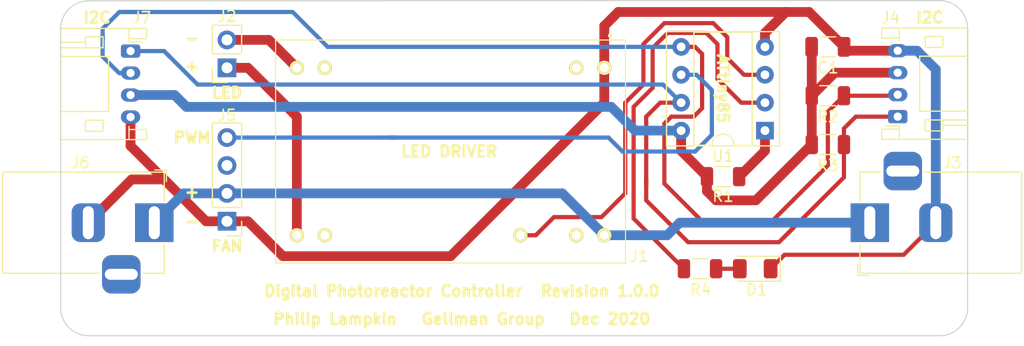
<source format=kicad_pcb>
(kicad_pcb (version 20171130) (host pcbnew "(5.1.8-0-10_14)")

  (general
    (thickness 1.6)
    (drawings 22)
    (tracks 142)
    (zones 0)
    (modules 16)
    (nets 18)
  )

  (page A4)
  (layers
    (0 F.Cu signal)
    (31 B.Cu signal)
    (32 B.Adhes user)
    (33 F.Adhes user)
    (34 B.Paste user)
    (35 F.Paste user)
    (36 B.SilkS user)
    (37 F.SilkS user)
    (38 B.Mask user)
    (39 F.Mask user)
    (40 Dwgs.User user)
    (41 Cmts.User user)
    (42 Eco1.User user)
    (43 Eco2.User user)
    (44 Edge.Cuts user)
    (45 Margin user)
    (46 B.CrtYd user hide)
    (47 F.CrtYd user hide)
    (48 B.Fab user)
    (49 F.Fab user hide)
  )

  (setup
    (last_trace_width 0.25)
    (user_trace_width 0.381)
    (user_trace_width 0.889)
    (trace_clearance 0.2)
    (zone_clearance 0.508)
    (zone_45_only no)
    (trace_min 0.2)
    (via_size 0.8)
    (via_drill 0.4)
    (via_min_size 0.4)
    (via_min_drill 0.3)
    (uvia_size 0.3)
    (uvia_drill 0.1)
    (uvias_allowed no)
    (uvia_min_size 0.2)
    (uvia_min_drill 0.1)
    (edge_width 0.1)
    (segment_width 0.2)
    (pcb_text_width 0.3)
    (pcb_text_size 1.5 1.5)
    (mod_edge_width 0.15)
    (mod_text_size 1 1)
    (mod_text_width 0.15)
    (pad_size 1.524 1.524)
    (pad_drill 0.762)
    (pad_to_mask_clearance 0)
    (aux_axis_origin 0 0)
    (visible_elements FFFFFF7F)
    (pcbplotparams
      (layerselection 0x010fc_ffffffff)
      (usegerberextensions false)
      (usegerberattributes true)
      (usegerberadvancedattributes true)
      (creategerberjobfile true)
      (excludeedgelayer true)
      (linewidth 0.100000)
      (plotframeref false)
      (viasonmask false)
      (mode 1)
      (useauxorigin false)
      (hpglpennumber 1)
      (hpglpenspeed 20)
      (hpglpendiameter 15.000000)
      (psnegative false)
      (psa4output false)
      (plotreference true)
      (plotvalue true)
      (plotinvisibletext false)
      (padsonsilk false)
      (subtractmaskfromsilk false)
      (outputformat 1)
      (mirror false)
      (drillshape 0)
      (scaleselection 1)
      (outputdirectory ""))
  )

  (net 0 "")
  (net 1 GND)
  (net 2 +12V)
  (net 3 +5V)
  (net 4 SDA)
  (net 5 SCL)
  (net 6 PWM_LED)
  (net 7 PWM_FAN)
  (net 8 "Net-(J1-Pad13)")
  (net 9 "Net-(J1-Pad12)")
  (net 10 "Net-(R1-Pad2)")
  (net 11 "Net-(J1-Pad23)")
  (net 12 "Net-(J1-Pad14)")
  (net 13 "Net-(J1-Pad11)")
  (net 14 "Net-(J1-Pad2)")
  (net 15 "Net-(J5-Pad3)")
  (net 16 INDICATOR)
  (net 17 "Net-(D1-Pad2)")

  (net_class Default "This is the default net class."
    (clearance 0.2)
    (trace_width 0.25)
    (via_dia 0.8)
    (via_drill 0.4)
    (uvia_dia 0.3)
    (uvia_drill 0.1)
    (add_net +12V)
    (add_net +5V)
    (add_net GND)
    (add_net INDICATOR)
    (add_net "Net-(D1-Pad2)")
    (add_net "Net-(J1-Pad11)")
    (add_net "Net-(J1-Pad12)")
    (add_net "Net-(J1-Pad13)")
    (add_net "Net-(J1-Pad14)")
    (add_net "Net-(J1-Pad2)")
    (add_net "Net-(J1-Pad23)")
    (add_net "Net-(J5-Pad3)")
    (add_net "Net-(R1-Pad2)")
    (add_net PWM_FAN)
    (add_net PWM_LED)
    (add_net SCL)
    (add_net SDA)
  )

  (module Connector_BarrelJack:BarrelJack_Horizontal (layer F.Cu) (tedit 5A1DBF6A) (tstamp 5FE1C543)
    (at 154.559 109.602 180)
    (descr "DC Barrel Jack")
    (tags "Power Jack")
    (path /5FB80D0D)
    (fp_text reference J3 (at -7.493 5.462) (layer F.SilkS)
      (effects (font (size 1 1) (thickness 0.15)))
    )
    (fp_text value Barrel_Jack (at -6.2 -5.5) (layer F.Fab)
      (effects (font (size 1 1) (thickness 0.15)))
    )
    (fp_line (start 0 -4.5) (end -13.7 -4.5) (layer F.Fab) (width 0.1))
    (fp_line (start 0.8 4.5) (end 0.8 -3.75) (layer F.Fab) (width 0.1))
    (fp_line (start -13.7 4.5) (end 0.8 4.5) (layer F.Fab) (width 0.1))
    (fp_line (start -13.7 -4.5) (end -13.7 4.5) (layer F.Fab) (width 0.1))
    (fp_line (start -10.2 -4.5) (end -10.2 4.5) (layer F.Fab) (width 0.1))
    (fp_line (start 0.9 -4.6) (end 0.9 -2) (layer F.SilkS) (width 0.12))
    (fp_line (start -13.8 -4.6) (end 0.9 -4.6) (layer F.SilkS) (width 0.12))
    (fp_line (start 0.9 4.6) (end -1 4.6) (layer F.SilkS) (width 0.12))
    (fp_line (start 0.9 1.9) (end 0.9 4.6) (layer F.SilkS) (width 0.12))
    (fp_line (start -13.8 4.6) (end -13.8 -4.6) (layer F.SilkS) (width 0.12))
    (fp_line (start -5 4.6) (end -13.8 4.6) (layer F.SilkS) (width 0.12))
    (fp_line (start -14 4.75) (end -14 -4.75) (layer F.CrtYd) (width 0.05))
    (fp_line (start -5 4.75) (end -14 4.75) (layer F.CrtYd) (width 0.05))
    (fp_line (start -5 6.75) (end -5 4.75) (layer F.CrtYd) (width 0.05))
    (fp_line (start -1 6.75) (end -5 6.75) (layer F.CrtYd) (width 0.05))
    (fp_line (start -1 4.75) (end -1 6.75) (layer F.CrtYd) (width 0.05))
    (fp_line (start 1 4.75) (end -1 4.75) (layer F.CrtYd) (width 0.05))
    (fp_line (start 1 2) (end 1 4.75) (layer F.CrtYd) (width 0.05))
    (fp_line (start 2 2) (end 1 2) (layer F.CrtYd) (width 0.05))
    (fp_line (start 2 -2) (end 2 2) (layer F.CrtYd) (width 0.05))
    (fp_line (start 1 -2) (end 2 -2) (layer F.CrtYd) (width 0.05))
    (fp_line (start 1 -4.5) (end 1 -2) (layer F.CrtYd) (width 0.05))
    (fp_line (start 1 -4.75) (end -14 -4.75) (layer F.CrtYd) (width 0.05))
    (fp_line (start 1 -4.5) (end 1 -4.75) (layer F.CrtYd) (width 0.05))
    (fp_line (start 0.05 -4.8) (end 1.1 -4.8) (layer F.SilkS) (width 0.12))
    (fp_line (start 1.1 -3.75) (end 1.1 -4.8) (layer F.SilkS) (width 0.12))
    (fp_line (start -0.003213 -4.505425) (end 0.8 -3.75) (layer F.Fab) (width 0.1))
    (fp_text user %R (at -3 -2.95) (layer F.Fab)
      (effects (font (size 1 1) (thickness 0.15)))
    )
    (pad 3 thru_hole roundrect (at -3 4.7 180) (size 3.5 3.5) (drill oval 3 1) (layers *.Cu *.Mask) (roundrect_rratio 0.25))
    (pad 2 thru_hole roundrect (at -6 0 180) (size 3 3.5) (drill oval 1 3) (layers *.Cu *.Mask) (roundrect_rratio 0.25)
      (net 1 GND))
    (pad 1 thru_hole rect (at 0 0 180) (size 3.5 3.5) (drill oval 1 3) (layers *.Cu *.Mask)
      (net 2 +12V))
    (model ${KISYS3DMOD}/Connector_BarrelJack.3dshapes/BarrelJack_Horizontal.wrl
      (at (xyz 0 0 0))
      (scale (xyz 1 1 1))
      (rotate (xyz 0 0 0))
    )
  )

  (module Resistor_SMD:R_1206_3216Metric (layer F.Cu) (tedit 5F68FEEE) (tstamp 5FEB75B1)
    (at 139.1305 113.792 180)
    (descr "Resistor SMD 1206 (3216 Metric), square (rectangular) end terminal, IPC_7351 nominal, (Body size source: IPC-SM-782 page 72, https://www.pcb-3d.com/wordpress/wp-content/uploads/ipc-sm-782a_amendment_1_and_2.pdf), generated with kicad-footprint-generator")
    (tags resistor)
    (path /5FEBED5D)
    (attr smd)
    (fp_text reference R4 (at -0.0615 -1.905) (layer F.SilkS)
      (effects (font (size 1 1) (thickness 0.15)))
    )
    (fp_text value 470 (at 0 1.82) (layer F.Fab)
      (effects (font (size 1 1) (thickness 0.15)))
    )
    (fp_line (start -1.6 0.8) (end -1.6 -0.8) (layer F.Fab) (width 0.1))
    (fp_line (start -1.6 -0.8) (end 1.6 -0.8) (layer F.Fab) (width 0.1))
    (fp_line (start 1.6 -0.8) (end 1.6 0.8) (layer F.Fab) (width 0.1))
    (fp_line (start 1.6 0.8) (end -1.6 0.8) (layer F.Fab) (width 0.1))
    (fp_line (start -0.727064 -0.91) (end 0.727064 -0.91) (layer F.SilkS) (width 0.12))
    (fp_line (start -0.727064 0.91) (end 0.727064 0.91) (layer F.SilkS) (width 0.12))
    (fp_line (start -2.28 1.12) (end -2.28 -1.12) (layer F.CrtYd) (width 0.05))
    (fp_line (start -2.28 -1.12) (end 2.28 -1.12) (layer F.CrtYd) (width 0.05))
    (fp_line (start 2.28 -1.12) (end 2.28 1.12) (layer F.CrtYd) (width 0.05))
    (fp_line (start 2.28 1.12) (end -2.28 1.12) (layer F.CrtYd) (width 0.05))
    (fp_text user %R (at 0 0) (layer F.Fab)
      (effects (font (size 0.8 0.8) (thickness 0.12)))
    )
    (pad 2 smd roundrect (at 1.4625 0 180) (size 1.125 1.75) (layers F.Cu F.Paste F.Mask) (roundrect_rratio 0.2222213333333333)
      (net 16 INDICATOR))
    (pad 1 smd roundrect (at -1.4625 0 180) (size 1.125 1.75) (layers F.Cu F.Paste F.Mask) (roundrect_rratio 0.2222213333333333)
      (net 17 "Net-(D1-Pad2)"))
    (model ${KISYS3DMOD}/Resistor_SMD.3dshapes/R_1206_3216Metric.wrl
      (at (xyz 0 0 0))
      (scale (xyz 1 1 1))
      (rotate (xyz 0 0 0))
    )
  )

  (module LED_SMD:LED_1206_3216Metric (layer F.Cu) (tedit 5F68FEF1) (tstamp 5FEB7368)
    (at 144.148 113.792 180)
    (descr "LED SMD 1206 (3216 Metric), square (rectangular) end terminal, IPC_7351 nominal, (Body size source: http://www.tortai-tech.com/upload/download/2011102023233369053.pdf), generated with kicad-footprint-generator")
    (tags LED)
    (path /5FEC213F)
    (attr smd)
    (fp_text reference D1 (at -0.124 -1.905) (layer F.SilkS)
      (effects (font (size 1 1) (thickness 0.15)))
    )
    (fp_text value LED (at 0 1.82) (layer F.Fab)
      (effects (font (size 1 1) (thickness 0.15)))
    )
    (fp_line (start 1.6 -0.8) (end -1.2 -0.8) (layer F.Fab) (width 0.1))
    (fp_line (start -1.2 -0.8) (end -1.6 -0.4) (layer F.Fab) (width 0.1))
    (fp_line (start -1.6 -0.4) (end -1.6 0.8) (layer F.Fab) (width 0.1))
    (fp_line (start -1.6 0.8) (end 1.6 0.8) (layer F.Fab) (width 0.1))
    (fp_line (start 1.6 0.8) (end 1.6 -0.8) (layer F.Fab) (width 0.1))
    (fp_line (start 1.6 -1.135) (end -2.285 -1.135) (layer F.SilkS) (width 0.12))
    (fp_line (start -2.285 -1.135) (end -2.285 1.135) (layer F.SilkS) (width 0.12))
    (fp_line (start -2.285 1.135) (end 1.6 1.135) (layer F.SilkS) (width 0.12))
    (fp_line (start -2.28 1.12) (end -2.28 -1.12) (layer F.CrtYd) (width 0.05))
    (fp_line (start -2.28 -1.12) (end 2.28 -1.12) (layer F.CrtYd) (width 0.05))
    (fp_line (start 2.28 -1.12) (end 2.28 1.12) (layer F.CrtYd) (width 0.05))
    (fp_line (start 2.28 1.12) (end -2.28 1.12) (layer F.CrtYd) (width 0.05))
    (fp_text user %R (at 0 0) (layer F.Fab)
      (effects (font (size 0.8 0.8) (thickness 0.12)))
    )
    (pad 2 smd roundrect (at 1.4 0 180) (size 1.25 1.75) (layers F.Cu F.Paste F.Mask) (roundrect_rratio 0.2)
      (net 17 "Net-(D1-Pad2)"))
    (pad 1 smd roundrect (at -1.4 0 180) (size 1.25 1.75) (layers F.Cu F.Paste F.Mask) (roundrect_rratio 0.2)
      (net 1 GND))
    (model ${KISYS3DMOD}/LED_SMD.3dshapes/LED_1206_3216Metric.wrl
      (at (xyz 0 0 0))
      (scale (xyz 1 1 1))
      (rotate (xyz 0 0 0))
    )
  )

  (module Connector_JST:JST_PH_S4B-PH-K_1x04_P2.00mm_Horizontal (layer F.Cu) (tedit 5B7745C6) (tstamp 5FE1C428)
    (at 87.376 93.98 270)
    (descr "JST PH series connector, S4B-PH-K (http://www.jst-mfg.com/product/pdf/eng/ePH.pdf), generated with kicad-footprint-generator")
    (tags "connector JST PH top entry")
    (path /5FE1AA2F)
    (fp_text reference J7 (at -3.048 -1.016 180) (layer F.SilkS)
      (effects (font (size 1 1) (thickness 0.15)))
    )
    (fp_text value Conn_01x04 (at 3 7.45 90) (layer F.Fab)
      (effects (font (size 1 1) (thickness 0.15)))
    )
    (fp_line (start 0.5 1.375) (end 0 0.875) (layer F.Fab) (width 0.1))
    (fp_line (start -0.5 1.375) (end 0.5 1.375) (layer F.Fab) (width 0.1))
    (fp_line (start 0 0.875) (end -0.5 1.375) (layer F.Fab) (width 0.1))
    (fp_line (start -0.86 0.14) (end -0.86 -1.075) (layer F.SilkS) (width 0.12))
    (fp_line (start 7.25 0.25) (end -1.25 0.25) (layer F.Fab) (width 0.1))
    (fp_line (start 7.25 -1.35) (end 7.25 0.25) (layer F.Fab) (width 0.1))
    (fp_line (start 7.95 -1.35) (end 7.25 -1.35) (layer F.Fab) (width 0.1))
    (fp_line (start 7.95 6.25) (end 7.95 -1.35) (layer F.Fab) (width 0.1))
    (fp_line (start -1.95 6.25) (end 7.95 6.25) (layer F.Fab) (width 0.1))
    (fp_line (start -1.95 -1.35) (end -1.95 6.25) (layer F.Fab) (width 0.1))
    (fp_line (start -1.25 -1.35) (end -1.95 -1.35) (layer F.Fab) (width 0.1))
    (fp_line (start -1.25 0.25) (end -1.25 -1.35) (layer F.Fab) (width 0.1))
    (fp_line (start 8.45 -1.85) (end -2.45 -1.85) (layer F.CrtYd) (width 0.05))
    (fp_line (start 8.45 6.75) (end 8.45 -1.85) (layer F.CrtYd) (width 0.05))
    (fp_line (start -2.45 6.75) (end 8.45 6.75) (layer F.CrtYd) (width 0.05))
    (fp_line (start -2.45 -1.85) (end -2.45 6.75) (layer F.CrtYd) (width 0.05))
    (fp_line (start -0.8 4.1) (end -0.8 6.36) (layer F.SilkS) (width 0.12))
    (fp_line (start -0.3 4.1) (end -0.3 6.36) (layer F.SilkS) (width 0.12))
    (fp_line (start 6.3 2.5) (end 7.3 2.5) (layer F.SilkS) (width 0.12))
    (fp_line (start 6.3 4.1) (end 6.3 2.5) (layer F.SilkS) (width 0.12))
    (fp_line (start 7.3 4.1) (end 6.3 4.1) (layer F.SilkS) (width 0.12))
    (fp_line (start 7.3 2.5) (end 7.3 4.1) (layer F.SilkS) (width 0.12))
    (fp_line (start -0.3 2.5) (end -1.3 2.5) (layer F.SilkS) (width 0.12))
    (fp_line (start -0.3 4.1) (end -0.3 2.5) (layer F.SilkS) (width 0.12))
    (fp_line (start -1.3 4.1) (end -0.3 4.1) (layer F.SilkS) (width 0.12))
    (fp_line (start -1.3 2.5) (end -1.3 4.1) (layer F.SilkS) (width 0.12))
    (fp_line (start 8.06 0.14) (end 7.14 0.14) (layer F.SilkS) (width 0.12))
    (fp_line (start -2.06 0.14) (end -1.14 0.14) (layer F.SilkS) (width 0.12))
    (fp_line (start 5.5 2) (end 5.5 6.36) (layer F.SilkS) (width 0.12))
    (fp_line (start 0.5 2) (end 5.5 2) (layer F.SilkS) (width 0.12))
    (fp_line (start 0.5 6.36) (end 0.5 2) (layer F.SilkS) (width 0.12))
    (fp_line (start 7.14 0.14) (end 6.86 0.14) (layer F.SilkS) (width 0.12))
    (fp_line (start 7.14 -1.46) (end 7.14 0.14) (layer F.SilkS) (width 0.12))
    (fp_line (start 8.06 -1.46) (end 7.14 -1.46) (layer F.SilkS) (width 0.12))
    (fp_line (start 8.06 6.36) (end 8.06 -1.46) (layer F.SilkS) (width 0.12))
    (fp_line (start -2.06 6.36) (end 8.06 6.36) (layer F.SilkS) (width 0.12))
    (fp_line (start -2.06 -1.46) (end -2.06 6.36) (layer F.SilkS) (width 0.12))
    (fp_line (start -1.14 -1.46) (end -2.06 -1.46) (layer F.SilkS) (width 0.12))
    (fp_line (start -1.14 0.14) (end -1.14 -1.46) (layer F.SilkS) (width 0.12))
    (fp_line (start -0.86 0.14) (end -1.14 0.14) (layer F.SilkS) (width 0.12))
    (fp_text user %R (at 3 2.5 90) (layer F.Fab)
      (effects (font (size 1 1) (thickness 0.15)))
    )
    (pad 4 thru_hole oval (at 6 0 270) (size 1.2 1.75) (drill 0.75) (layers *.Cu *.Mask)
      (net 1 GND))
    (pad 3 thru_hole oval (at 4 0 270) (size 1.2 1.75) (drill 0.75) (layers *.Cu *.Mask)
      (net 3 +5V))
    (pad 2 thru_hole oval (at 2 0 270) (size 1.2 1.75) (drill 0.75) (layers *.Cu *.Mask)
      (net 4 SDA))
    (pad 1 thru_hole roundrect (at 0 0 270) (size 1.2 1.75) (drill 0.75) (layers *.Cu *.Mask) (roundrect_rratio 0.2083325)
      (net 5 SCL))
    (model ${KISYS3DMOD}/Connector_JST.3dshapes/JST_PH_S4B-PH-K_1x04_P2.00mm_Horizontal.wrl
      (at (xyz 0 0 0))
      (scale (xyz 1 1 1))
      (rotate (xyz 0 0 0))
    )
  )

  (module Connector_BarrelJack:BarrelJack_Horizontal (layer F.Cu) (tedit 5A1DBF6A) (tstamp 5FE1BC2E)
    (at 89.535 109.601)
    (descr "DC Barrel Jack")
    (tags "Power Jack")
    (path /5FE1EB67)
    (fp_text reference J6 (at -6.731 -5.461) (layer F.SilkS)
      (effects (font (size 1 1) (thickness 0.15)))
    )
    (fp_text value Barrel_Jack (at -6.2 -5.5) (layer F.Fab)
      (effects (font (size 1 1) (thickness 0.15)))
    )
    (fp_line (start -0.003213 -4.505425) (end 0.8 -3.75) (layer F.Fab) (width 0.1))
    (fp_line (start 1.1 -3.75) (end 1.1 -4.8) (layer F.SilkS) (width 0.12))
    (fp_line (start 0.05 -4.8) (end 1.1 -4.8) (layer F.SilkS) (width 0.12))
    (fp_line (start 1 -4.5) (end 1 -4.75) (layer F.CrtYd) (width 0.05))
    (fp_line (start 1 -4.75) (end -14 -4.75) (layer F.CrtYd) (width 0.05))
    (fp_line (start 1 -4.5) (end 1 -2) (layer F.CrtYd) (width 0.05))
    (fp_line (start 1 -2) (end 2 -2) (layer F.CrtYd) (width 0.05))
    (fp_line (start 2 -2) (end 2 2) (layer F.CrtYd) (width 0.05))
    (fp_line (start 2 2) (end 1 2) (layer F.CrtYd) (width 0.05))
    (fp_line (start 1 2) (end 1 4.75) (layer F.CrtYd) (width 0.05))
    (fp_line (start 1 4.75) (end -1 4.75) (layer F.CrtYd) (width 0.05))
    (fp_line (start -1 4.75) (end -1 6.75) (layer F.CrtYd) (width 0.05))
    (fp_line (start -1 6.75) (end -5 6.75) (layer F.CrtYd) (width 0.05))
    (fp_line (start -5 6.75) (end -5 4.75) (layer F.CrtYd) (width 0.05))
    (fp_line (start -5 4.75) (end -14 4.75) (layer F.CrtYd) (width 0.05))
    (fp_line (start -14 4.75) (end -14 -4.75) (layer F.CrtYd) (width 0.05))
    (fp_line (start -5 4.6) (end -13.8 4.6) (layer F.SilkS) (width 0.12))
    (fp_line (start -13.8 4.6) (end -13.8 -4.6) (layer F.SilkS) (width 0.12))
    (fp_line (start 0.9 1.9) (end 0.9 4.6) (layer F.SilkS) (width 0.12))
    (fp_line (start 0.9 4.6) (end -1 4.6) (layer F.SilkS) (width 0.12))
    (fp_line (start -13.8 -4.6) (end 0.9 -4.6) (layer F.SilkS) (width 0.12))
    (fp_line (start 0.9 -4.6) (end 0.9 -2) (layer F.SilkS) (width 0.12))
    (fp_line (start -10.2 -4.5) (end -10.2 4.5) (layer F.Fab) (width 0.1))
    (fp_line (start -13.7 -4.5) (end -13.7 4.5) (layer F.Fab) (width 0.1))
    (fp_line (start -13.7 4.5) (end 0.8 4.5) (layer F.Fab) (width 0.1))
    (fp_line (start 0.8 4.5) (end 0.8 -3.75) (layer F.Fab) (width 0.1))
    (fp_line (start 0 -4.5) (end -13.7 -4.5) (layer F.Fab) (width 0.1))
    (fp_text user %R (at -3 -2.95) (layer F.Fab)
      (effects (font (size 1 1) (thickness 0.15)))
    )
    (pad 1 thru_hole rect (at 0 0) (size 3.5 3.5) (drill oval 1 3) (layers *.Cu *.Mask)
      (net 2 +12V))
    (pad 2 thru_hole roundrect (at -6 0) (size 3 3.5) (drill oval 1 3) (layers *.Cu *.Mask) (roundrect_rratio 0.25)
      (net 1 GND))
    (pad 3 thru_hole roundrect (at -3 4.7) (size 3.5 3.5) (drill oval 3 1) (layers *.Cu *.Mask) (roundrect_rratio 0.25))
    (model ${KISYS3DMOD}/Connector_BarrelJack.3dshapes/BarrelJack_Horizontal.wrl
      (at (xyz 0 0 0))
      (scale (xyz 1 1 1))
      (rotate (xyz 0 0 0))
    )
  )

  (module Package_DIP:DIP-8_W7.62mm_Socket (layer F.Cu) (tedit 5A02E8C5) (tstamp 5FE1C3AF)
    (at 145.034 101.219 180)
    (descr "8-lead though-hole mounted DIP package, row spacing 7.62 mm (300 mils), Socket")
    (tags "THT DIP DIL PDIP 2.54mm 7.62mm 300mil Socket")
    (path /5FDCDD75)
    (fp_text reference U1 (at 3.81 -2.33) (layer F.SilkS)
      (effects (font (size 1 1) (thickness 0.15)))
    )
    (fp_text value ATtiny85-20PU (at 3.81 9.95) (layer F.Fab)
      (effects (font (size 1 1) (thickness 0.15)))
    )
    (fp_line (start 1.635 -1.27) (end 6.985 -1.27) (layer F.Fab) (width 0.1))
    (fp_line (start 6.985 -1.27) (end 6.985 8.89) (layer F.Fab) (width 0.1))
    (fp_line (start 6.985 8.89) (end 0.635 8.89) (layer F.Fab) (width 0.1))
    (fp_line (start 0.635 8.89) (end 0.635 -0.27) (layer F.Fab) (width 0.1))
    (fp_line (start 0.635 -0.27) (end 1.635 -1.27) (layer F.Fab) (width 0.1))
    (fp_line (start -1.27 -1.33) (end -1.27 8.95) (layer F.Fab) (width 0.1))
    (fp_line (start -1.27 8.95) (end 8.89 8.95) (layer F.Fab) (width 0.1))
    (fp_line (start 8.89 8.95) (end 8.89 -1.33) (layer F.Fab) (width 0.1))
    (fp_line (start 8.89 -1.33) (end -1.27 -1.33) (layer F.Fab) (width 0.1))
    (fp_line (start 2.81 -1.33) (end 1.16 -1.33) (layer F.SilkS) (width 0.12))
    (fp_line (start 1.16 -1.33) (end 1.16 8.95) (layer F.SilkS) (width 0.12))
    (fp_line (start 1.16 8.95) (end 6.46 8.95) (layer F.SilkS) (width 0.12))
    (fp_line (start 6.46 8.95) (end 6.46 -1.33) (layer F.SilkS) (width 0.12))
    (fp_line (start 6.46 -1.33) (end 4.81 -1.33) (layer F.SilkS) (width 0.12))
    (fp_line (start -1.33 -1.39) (end -1.33 9.01) (layer F.SilkS) (width 0.12))
    (fp_line (start -1.33 9.01) (end 8.95 9.01) (layer F.SilkS) (width 0.12))
    (fp_line (start 8.95 9.01) (end 8.95 -1.39) (layer F.SilkS) (width 0.12))
    (fp_line (start 8.95 -1.39) (end -1.33 -1.39) (layer F.SilkS) (width 0.12))
    (fp_line (start -1.55 -1.6) (end -1.55 9.2) (layer F.CrtYd) (width 0.05))
    (fp_line (start -1.55 9.2) (end 9.15 9.2) (layer F.CrtYd) (width 0.05))
    (fp_line (start 9.15 9.2) (end 9.15 -1.6) (layer F.CrtYd) (width 0.05))
    (fp_line (start 9.15 -1.6) (end -1.55 -1.6) (layer F.CrtYd) (width 0.05))
    (fp_text user %R (at 3.81 3.81) (layer F.Fab)
      (effects (font (size 1 1) (thickness 0.15)))
    )
    (fp_arc (start 3.81 -1.33) (end 2.81 -1.33) (angle -180) (layer F.SilkS) (width 0.12))
    (pad 8 thru_hole oval (at 7.62 0 180) (size 1.6 1.6) (drill 0.8) (layers *.Cu *.Mask)
      (net 3 +5V))
    (pad 4 thru_hole oval (at 0 7.62 180) (size 1.6 1.6) (drill 0.8) (layers *.Cu *.Mask)
      (net 1 GND))
    (pad 7 thru_hole oval (at 7.62 2.54 180) (size 1.6 1.6) (drill 0.8) (layers *.Cu *.Mask)
      (net 5 SCL))
    (pad 3 thru_hole oval (at 0 5.08 180) (size 1.6 1.6) (drill 0.8) (layers *.Cu *.Mask)
      (net 6 PWM_LED))
    (pad 6 thru_hole oval (at 7.62 5.08 180) (size 1.6 1.6) (drill 0.8) (layers *.Cu *.Mask)
      (net 7 PWM_FAN))
    (pad 2 thru_hole oval (at 0 2.54 180) (size 1.6 1.6) (drill 0.8) (layers *.Cu *.Mask)
      (net 16 INDICATOR))
    (pad 5 thru_hole oval (at 7.62 7.62 180) (size 1.6 1.6) (drill 0.8) (layers *.Cu *.Mask)
      (net 4 SDA))
    (pad 1 thru_hole rect (at 0 0 180) (size 1.6 1.6) (drill 0.8) (layers *.Cu *.Mask)
      (net 10 "Net-(R1-Pad2)"))
    (model ${KISYS3DMOD}/Package_DIP.3dshapes/DIP-8_W7.62mm_Socket.wrl
      (at (xyz 0 0 0))
      (scale (xyz 1 1 1))
      (rotate (xyz 0 0 0))
    )
  )

  (module MountingHole:MountingHole_3.7mm (layer F.Cu) (tedit 56D1B4CB) (tstamp 5FEB7DC6)
    (at 150.368 116.84 180)
    (descr "Mounting Hole 3.7mm, no annular")
    (tags "mounting hole 3.7mm no annular")
    (attr virtual)
    (fp_text reference REF** (at 0 -4.7) (layer F.SilkS) hide
      (effects (font (size 1 1) (thickness 0.15)))
    )
    (fp_text value MountingHole_3.7mm (at 0 4.7) (layer F.Fab) hide
      (effects (font (size 1 1) (thickness 0.15)))
    )
    (fp_circle (center 0 0) (end 3.7 0) (layer Cmts.User) (width 0.15))
    (fp_circle (center 0 0) (end 3.95 0) (layer F.CrtYd) (width 0.05))
    (fp_text user %R (at 0.3 0) (layer F.Fab)
      (effects (font (size 1 1) (thickness 0.15)))
    )
    (pad 1 np_thru_hole circle (at 0 0 180) (size 3.7 3.7) (drill 3.7) (layers *.Cu *.Mask))
  )

  (module MountingHole:MountingHole_3.7mm (layer F.Cu) (tedit 56D1B4CB) (tstamp 5FECB301)
    (at 93.98 116.84 180)
    (descr "Mounting Hole 3.7mm, no annular")
    (tags "mounting hole 3.7mm no annular")
    (attr virtual)
    (fp_text reference REF** (at 0 -4.7) (layer F.SilkS) hide
      (effects (font (size 1 1) (thickness 0.15)))
    )
    (fp_text value MountingHole_3.7mm (at 0 4.7) (layer F.Fab) hide
      (effects (font (size 1 1) (thickness 0.15)))
    )
    (fp_circle (center 0 0) (end 3.95 0) (layer F.CrtYd) (width 0.05))
    (fp_circle (center 0 0) (end 3.7 0) (layer Cmts.User) (width 0.15))
    (fp_text user %R (at 0.3 0) (layer F.Fab)
      (effects (font (size 1 1) (thickness 0.15)))
    )
    (pad 1 np_thru_hole circle (at 0 0 180) (size 3.7 3.7) (drill 3.7) (layers *.Cu *.Mask))
  )

  (module Connector_PinHeader_2.54mm:PinHeader_1x04_P2.54mm_Vertical (layer F.Cu) (tedit 59FED5CC) (tstamp 5FE1C6BE)
    (at 96.139 109.474 180)
    (descr "Through hole straight pin header, 1x04, 2.54mm pitch, single row")
    (tags "Through hole pin header THT 1x04 2.54mm single row")
    (path /5FDF07F8)
    (fp_text reference J5 (at 0 9.652) (layer F.SilkS)
      (effects (font (size 1 1) (thickness 0.15)))
    )
    (fp_text value Conn_01x04 (at 0 9.95) (layer F.Fab)
      (effects (font (size 1 1) (thickness 0.15)))
    )
    (fp_line (start 1.8 -1.8) (end -1.8 -1.8) (layer F.CrtYd) (width 0.05))
    (fp_line (start 1.8 9.4) (end 1.8 -1.8) (layer F.CrtYd) (width 0.05))
    (fp_line (start -1.8 9.4) (end 1.8 9.4) (layer F.CrtYd) (width 0.05))
    (fp_line (start -1.8 -1.8) (end -1.8 9.4) (layer F.CrtYd) (width 0.05))
    (fp_line (start -1.33 -1.33) (end 0 -1.33) (layer F.SilkS) (width 0.12))
    (fp_line (start -1.33 0) (end -1.33 -1.33) (layer F.SilkS) (width 0.12))
    (fp_line (start -1.33 1.27) (end 1.33 1.27) (layer F.SilkS) (width 0.12))
    (fp_line (start 1.33 1.27) (end 1.33 8.95) (layer F.SilkS) (width 0.12))
    (fp_line (start -1.33 1.27) (end -1.33 8.95) (layer F.SilkS) (width 0.12))
    (fp_line (start -1.33 8.95) (end 1.33 8.95) (layer F.SilkS) (width 0.12))
    (fp_line (start -1.27 -0.635) (end -0.635 -1.27) (layer F.Fab) (width 0.1))
    (fp_line (start -1.27 8.89) (end -1.27 -0.635) (layer F.Fab) (width 0.1))
    (fp_line (start 1.27 8.89) (end -1.27 8.89) (layer F.Fab) (width 0.1))
    (fp_line (start 1.27 -1.27) (end 1.27 8.89) (layer F.Fab) (width 0.1))
    (fp_line (start -0.635 -1.27) (end 1.27 -1.27) (layer F.Fab) (width 0.1))
    (fp_text user %R (at 0 3.81 90) (layer F.Fab)
      (effects (font (size 1 1) (thickness 0.15)))
    )
    (pad 4 thru_hole oval (at 0 7.62 180) (size 1.7 1.7) (drill 1) (layers *.Cu *.Mask)
      (net 7 PWM_FAN))
    (pad 3 thru_hole oval (at 0 5.08 180) (size 1.7 1.7) (drill 1) (layers *.Cu *.Mask)
      (net 15 "Net-(J5-Pad3)"))
    (pad 2 thru_hole oval (at 0 2.54 180) (size 1.7 1.7) (drill 1) (layers *.Cu *.Mask)
      (net 2 +12V))
    (pad 1 thru_hole rect (at 0 0 180) (size 1.7 1.7) (drill 1) (layers *.Cu *.Mask)
      (net 1 GND))
    (model ${KISYS3DMOD}/Connector_PinHeader_2.54mm.3dshapes/PinHeader_1x04_P2.54mm_Vertical.wrl
      (at (xyz 0 0 0))
      (scale (xyz 1 1 1))
      (rotate (xyz 0 0 0))
    )
  )

  (module Resistor_SMD:R_1206_3216Metric (layer F.Cu) (tedit 5F68FEEE) (tstamp 5FE1C687)
    (at 150.749 102.489)
    (descr "Resistor SMD 1206 (3216 Metric), square (rectangular) end terminal, IPC_7351 nominal, (Body size source: IPC-SM-782 page 72, https://www.pcb-3d.com/wordpress/wp-content/uploads/ipc-sm-782a_amendment_1_and_2.pdf), generated with kicad-footprint-generator")
    (tags resistor)
    (path /5FC37DBD)
    (attr smd)
    (fp_text reference R3 (at 0 1.905) (layer F.SilkS)
      (effects (font (size 1 1) (thickness 0.15)))
    )
    (fp_text value 4.7K (at 0 1.82) (layer F.Fab)
      (effects (font (size 1 1) (thickness 0.15)))
    )
    (fp_line (start 2.28 1.12) (end -2.28 1.12) (layer F.CrtYd) (width 0.05))
    (fp_line (start 2.28 -1.12) (end 2.28 1.12) (layer F.CrtYd) (width 0.05))
    (fp_line (start -2.28 -1.12) (end 2.28 -1.12) (layer F.CrtYd) (width 0.05))
    (fp_line (start -2.28 1.12) (end -2.28 -1.12) (layer F.CrtYd) (width 0.05))
    (fp_line (start -0.727064 0.91) (end 0.727064 0.91) (layer F.SilkS) (width 0.12))
    (fp_line (start -0.727064 -0.91) (end 0.727064 -0.91) (layer F.SilkS) (width 0.12))
    (fp_line (start 1.6 0.8) (end -1.6 0.8) (layer F.Fab) (width 0.1))
    (fp_line (start 1.6 -0.8) (end 1.6 0.8) (layer F.Fab) (width 0.1))
    (fp_line (start -1.6 -0.8) (end 1.6 -0.8) (layer F.Fab) (width 0.1))
    (fp_line (start -1.6 0.8) (end -1.6 -0.8) (layer F.Fab) (width 0.1))
    (fp_text user %R (at 0 0) (layer F.Fab)
      (effects (font (size 0.8 0.8) (thickness 0.12)))
    )
    (pad 2 smd roundrect (at 1.4625 0) (size 1.125 1.75) (layers F.Cu F.Paste F.Mask) (roundrect_rratio 0.2222213333333333)
      (net 5 SCL))
    (pad 1 smd roundrect (at -1.4625 0) (size 1.125 1.75) (layers F.Cu F.Paste F.Mask) (roundrect_rratio 0.2222213333333333)
      (net 3 +5V))
    (model ${KISYS3DMOD}/Resistor_SMD.3dshapes/R_1206_3216Metric.wrl
      (at (xyz 0 0 0))
      (scale (xyz 1 1 1))
      (rotate (xyz 0 0 0))
    )
  )

  (module Resistor_SMD:R_1206_3216Metric (layer F.Cu) (tedit 5F68FEEE) (tstamp 5FE1C657)
    (at 150.749 98.044)
    (descr "Resistor SMD 1206 (3216 Metric), square (rectangular) end terminal, IPC_7351 nominal, (Body size source: IPC-SM-782 page 72, https://www.pcb-3d.com/wordpress/wp-content/uploads/ipc-sm-782a_amendment_1_and_2.pdf), generated with kicad-footprint-generator")
    (tags resistor)
    (path /5FC38333)
    (attr smd)
    (fp_text reference R2 (at 0 1.905) (layer F.SilkS)
      (effects (font (size 1 1) (thickness 0.15)))
    )
    (fp_text value 4.7K (at 0 1.82) (layer F.Fab)
      (effects (font (size 1 1) (thickness 0.15)))
    )
    (fp_line (start 2.28 1.12) (end -2.28 1.12) (layer F.CrtYd) (width 0.05))
    (fp_line (start 2.28 -1.12) (end 2.28 1.12) (layer F.CrtYd) (width 0.05))
    (fp_line (start -2.28 -1.12) (end 2.28 -1.12) (layer F.CrtYd) (width 0.05))
    (fp_line (start -2.28 1.12) (end -2.28 -1.12) (layer F.CrtYd) (width 0.05))
    (fp_line (start -0.727064 0.91) (end 0.727064 0.91) (layer F.SilkS) (width 0.12))
    (fp_line (start -0.727064 -0.91) (end 0.727064 -0.91) (layer F.SilkS) (width 0.12))
    (fp_line (start 1.6 0.8) (end -1.6 0.8) (layer F.Fab) (width 0.1))
    (fp_line (start 1.6 -0.8) (end 1.6 0.8) (layer F.Fab) (width 0.1))
    (fp_line (start -1.6 -0.8) (end 1.6 -0.8) (layer F.Fab) (width 0.1))
    (fp_line (start -1.6 0.8) (end -1.6 -0.8) (layer F.Fab) (width 0.1))
    (fp_text user %R (at 0 0) (layer F.Fab)
      (effects (font (size 0.8 0.8) (thickness 0.12)))
    )
    (pad 2 smd roundrect (at 1.4625 0) (size 1.125 1.75) (layers F.Cu F.Paste F.Mask) (roundrect_rratio 0.2222213333333333)
      (net 4 SDA))
    (pad 1 smd roundrect (at -1.4625 0) (size 1.125 1.75) (layers F.Cu F.Paste F.Mask) (roundrect_rratio 0.2222213333333333)
      (net 3 +5V))
    (model ${KISYS3DMOD}/Resistor_SMD.3dshapes/R_1206_3216Metric.wrl
      (at (xyz 0 0 0))
      (scale (xyz 1 1 1))
      (rotate (xyz 0 0 0))
    )
  )

  (module Resistor_SMD:R_1206_3216Metric (layer F.Cu) (tedit 5F68FEEE) (tstamp 5FE1C627)
    (at 141.224 105.41)
    (descr "Resistor SMD 1206 (3216 Metric), square (rectangular) end terminal, IPC_7351 nominal, (Body size source: IPC-SM-782 page 72, https://www.pcb-3d.com/wordpress/wp-content/uploads/ipc-sm-782a_amendment_1_and_2.pdf), generated with kicad-footprint-generator")
    (tags resistor)
    (path /5FB960BA)
    (attr smd)
    (fp_text reference R1 (at 0 1.778) (layer F.SilkS)
      (effects (font (size 1 1) (thickness 0.15)))
    )
    (fp_text value 10K (at 0 1.82) (layer F.Fab)
      (effects (font (size 1 1) (thickness 0.15)))
    )
    (fp_line (start 2.28 1.12) (end -2.28 1.12) (layer F.CrtYd) (width 0.05))
    (fp_line (start 2.28 -1.12) (end 2.28 1.12) (layer F.CrtYd) (width 0.05))
    (fp_line (start -2.28 -1.12) (end 2.28 -1.12) (layer F.CrtYd) (width 0.05))
    (fp_line (start -2.28 1.12) (end -2.28 -1.12) (layer F.CrtYd) (width 0.05))
    (fp_line (start -0.727064 0.91) (end 0.727064 0.91) (layer F.SilkS) (width 0.12))
    (fp_line (start -0.727064 -0.91) (end 0.727064 -0.91) (layer F.SilkS) (width 0.12))
    (fp_line (start 1.6 0.8) (end -1.6 0.8) (layer F.Fab) (width 0.1))
    (fp_line (start 1.6 -0.8) (end 1.6 0.8) (layer F.Fab) (width 0.1))
    (fp_line (start -1.6 -0.8) (end 1.6 -0.8) (layer F.Fab) (width 0.1))
    (fp_line (start -1.6 0.8) (end -1.6 -0.8) (layer F.Fab) (width 0.1))
    (fp_text user %R (at 0 0) (layer F.Fab)
      (effects (font (size 0.8 0.8) (thickness 0.12)))
    )
    (pad 2 smd roundrect (at 1.4625 0) (size 1.125 1.75) (layers F.Cu F.Paste F.Mask) (roundrect_rratio 0.2222213333333333)
      (net 10 "Net-(R1-Pad2)"))
    (pad 1 smd roundrect (at -1.4625 0) (size 1.125 1.75) (layers F.Cu F.Paste F.Mask) (roundrect_rratio 0.2222213333333333)
      (net 3 +5V))
    (model ${KISYS3DMOD}/Resistor_SMD.3dshapes/R_1206_3216Metric.wrl
      (at (xyz 0 0 0))
      (scale (xyz 1 1 1))
      (rotate (xyz 0 0 0))
    )
  )

  (module Connector_JST:JST_PH_S4B-PH-K_1x04_P2.00mm_Horizontal (layer F.Cu) (tedit 5B7745C6) (tstamp 5FE1D341)
    (at 157.099 99.949 90)
    (descr "JST PH series connector, S4B-PH-K (http://www.jst-mfg.com/product/pdf/eng/ePH.pdf), generated with kicad-footprint-generator")
    (tags "connector JST PH top entry")
    (path /5FBC8C0C)
    (fp_text reference J4 (at 9.017 -0.635) (layer F.SilkS)
      (effects (font (size 1 1) (thickness 0.15)))
    )
    (fp_text value Conn_01x04 (at 3 7.45 90) (layer F.Fab)
      (effects (font (size 1 1) (thickness 0.15)))
    )
    (fp_line (start 0.5 1.375) (end 0 0.875) (layer F.Fab) (width 0.1))
    (fp_line (start -0.5 1.375) (end 0.5 1.375) (layer F.Fab) (width 0.1))
    (fp_line (start 0 0.875) (end -0.5 1.375) (layer F.Fab) (width 0.1))
    (fp_line (start -0.86 0.14) (end -0.86 -1.075) (layer F.SilkS) (width 0.12))
    (fp_line (start 7.25 0.25) (end -1.25 0.25) (layer F.Fab) (width 0.1))
    (fp_line (start 7.25 -1.35) (end 7.25 0.25) (layer F.Fab) (width 0.1))
    (fp_line (start 7.95 -1.35) (end 7.25 -1.35) (layer F.Fab) (width 0.1))
    (fp_line (start 7.95 6.25) (end 7.95 -1.35) (layer F.Fab) (width 0.1))
    (fp_line (start -1.95 6.25) (end 7.95 6.25) (layer F.Fab) (width 0.1))
    (fp_line (start -1.95 -1.35) (end -1.95 6.25) (layer F.Fab) (width 0.1))
    (fp_line (start -1.25 -1.35) (end -1.95 -1.35) (layer F.Fab) (width 0.1))
    (fp_line (start -1.25 0.25) (end -1.25 -1.35) (layer F.Fab) (width 0.1))
    (fp_line (start 8.45 -1.85) (end -2.45 -1.85) (layer F.CrtYd) (width 0.05))
    (fp_line (start 8.45 6.75) (end 8.45 -1.85) (layer F.CrtYd) (width 0.05))
    (fp_line (start -2.45 6.75) (end 8.45 6.75) (layer F.CrtYd) (width 0.05))
    (fp_line (start -2.45 -1.85) (end -2.45 6.75) (layer F.CrtYd) (width 0.05))
    (fp_line (start -0.8 4.1) (end -0.8 6.36) (layer F.SilkS) (width 0.12))
    (fp_line (start -0.3 4.1) (end -0.3 6.36) (layer F.SilkS) (width 0.12))
    (fp_line (start 6.3 2.5) (end 7.3 2.5) (layer F.SilkS) (width 0.12))
    (fp_line (start 6.3 4.1) (end 6.3 2.5) (layer F.SilkS) (width 0.12))
    (fp_line (start 7.3 4.1) (end 6.3 4.1) (layer F.SilkS) (width 0.12))
    (fp_line (start 7.3 2.5) (end 7.3 4.1) (layer F.SilkS) (width 0.12))
    (fp_line (start -0.3 2.5) (end -1.3 2.5) (layer F.SilkS) (width 0.12))
    (fp_line (start -0.3 4.1) (end -0.3 2.5) (layer F.SilkS) (width 0.12))
    (fp_line (start -1.3 4.1) (end -0.3 4.1) (layer F.SilkS) (width 0.12))
    (fp_line (start -1.3 2.5) (end -1.3 4.1) (layer F.SilkS) (width 0.12))
    (fp_line (start 8.06 0.14) (end 7.14 0.14) (layer F.SilkS) (width 0.12))
    (fp_line (start -2.06 0.14) (end -1.14 0.14) (layer F.SilkS) (width 0.12))
    (fp_line (start 5.5 2) (end 5.5 6.36) (layer F.SilkS) (width 0.12))
    (fp_line (start 0.5 2) (end 5.5 2) (layer F.SilkS) (width 0.12))
    (fp_line (start 0.5 6.36) (end 0.5 2) (layer F.SilkS) (width 0.12))
    (fp_line (start 7.14 0.14) (end 6.86 0.14) (layer F.SilkS) (width 0.12))
    (fp_line (start 7.14 -1.46) (end 7.14 0.14) (layer F.SilkS) (width 0.12))
    (fp_line (start 8.06 -1.46) (end 7.14 -1.46) (layer F.SilkS) (width 0.12))
    (fp_line (start 8.06 6.36) (end 8.06 -1.46) (layer F.SilkS) (width 0.12))
    (fp_line (start -2.06 6.36) (end 8.06 6.36) (layer F.SilkS) (width 0.12))
    (fp_line (start -2.06 -1.46) (end -2.06 6.36) (layer F.SilkS) (width 0.12))
    (fp_line (start -1.14 -1.46) (end -2.06 -1.46) (layer F.SilkS) (width 0.12))
    (fp_line (start -1.14 0.14) (end -1.14 -1.46) (layer F.SilkS) (width 0.12))
    (fp_line (start -0.86 0.14) (end -1.14 0.14) (layer F.SilkS) (width 0.12))
    (fp_text user %R (at 3 2.5 90) (layer F.Fab)
      (effects (font (size 1 1) (thickness 0.15)))
    )
    (pad 4 thru_hole oval (at 6 0 90) (size 1.2 1.75) (drill 0.75) (layers *.Cu *.Mask)
      (net 1 GND))
    (pad 3 thru_hole oval (at 4 0 90) (size 1.2 1.75) (drill 0.75) (layers *.Cu *.Mask)
      (net 3 +5V))
    (pad 2 thru_hole oval (at 2 0 90) (size 1.2 1.75) (drill 0.75) (layers *.Cu *.Mask)
      (net 4 SDA))
    (pad 1 thru_hole roundrect (at 0 0 90) (size 1.2 1.75) (drill 0.75) (layers *.Cu *.Mask) (roundrect_rratio 0.2083325)
      (net 5 SCL))
    (model ${KISYS3DMOD}/Connector_JST.3dshapes/JST_PH_S4B-PH-K_1x04_P2.00mm_Horizontal.wrl
      (at (xyz 0 0 0))
      (scale (xyz 1 1 1))
      (rotate (xyz 0 0 0))
    )
  )

  (module Connector_PinSocket_2.54mm:PinSocket_1x02_P2.54mm_Vertical (layer F.Cu) (tedit 5A19A420) (tstamp 5FE1C72B)
    (at 96.139 95.504 180)
    (descr "Through hole straight socket strip, 1x02, 2.54mm pitch, single row (from Kicad 4.0.7), script generated")
    (tags "Through hole socket strip THT 1x02 2.54mm single row")
    (path /5FB5EC11)
    (fp_text reference J2 (at 0 4.699) (layer F.SilkS)
      (effects (font (size 1 1) (thickness 0.15)))
    )
    (fp_text value Conn_01x02 (at 0 5.31) (layer F.Fab)
      (effects (font (size 1 1) (thickness 0.15)))
    )
    (fp_line (start -1.27 -1.27) (end 0.635 -1.27) (layer F.Fab) (width 0.1))
    (fp_line (start 0.635 -1.27) (end 1.27 -0.635) (layer F.Fab) (width 0.1))
    (fp_line (start 1.27 -0.635) (end 1.27 3.81) (layer F.Fab) (width 0.1))
    (fp_line (start 1.27 3.81) (end -1.27 3.81) (layer F.Fab) (width 0.1))
    (fp_line (start -1.27 3.81) (end -1.27 -1.27) (layer F.Fab) (width 0.1))
    (fp_line (start -1.33 1.27) (end 1.33 1.27) (layer F.SilkS) (width 0.12))
    (fp_line (start -1.33 1.27) (end -1.33 3.87) (layer F.SilkS) (width 0.12))
    (fp_line (start -1.33 3.87) (end 1.33 3.87) (layer F.SilkS) (width 0.12))
    (fp_line (start 1.33 1.27) (end 1.33 3.87) (layer F.SilkS) (width 0.12))
    (fp_line (start 1.33 -1.33) (end 1.33 0) (layer F.SilkS) (width 0.12))
    (fp_line (start 0 -1.33) (end 1.33 -1.33) (layer F.SilkS) (width 0.12))
    (fp_line (start -1.8 -1.8) (end 1.75 -1.8) (layer F.CrtYd) (width 0.05))
    (fp_line (start 1.75 -1.8) (end 1.75 4.3) (layer F.CrtYd) (width 0.05))
    (fp_line (start 1.75 4.3) (end -1.8 4.3) (layer F.CrtYd) (width 0.05))
    (fp_line (start -1.8 4.3) (end -1.8 -1.8) (layer F.CrtYd) (width 0.05))
    (fp_text user %R (at 0 1.27 90) (layer F.Fab)
      (effects (font (size 1 1) (thickness 0.15)))
    )
    (pad 1 thru_hole rect (at 0 0 180) (size 1.7 1.7) (drill 1) (layers *.Cu *.Mask)
      (net 8 "Net-(J1-Pad13)"))
    (pad 2 thru_hole oval (at 0 2.54 180) (size 1.7 1.7) (drill 1) (layers *.Cu *.Mask)
      (net 9 "Net-(J1-Pad12)"))
    (model ${KISYS3DMOD}/Connector_PinSocket_2.54mm.3dshapes/PinSocket_1x02_P2.54mm_Vertical.wrl
      (at (xyz 0 0 0))
      (scale (xyz 1 1 1))
      (rotate (xyz 0 0 0))
    )
  )

  (module LDD-1500L:LDD1500L (layer F.Cu) (tedit 5FD2F8E2) (tstamp 5FE1C4E6)
    (at 130.429 95.504 270)
    (descr LDD-1500L-2)
    (tags Connector)
    (path /5FD3EABF)
    (fp_text reference J1 (at 17.145 -3.175 180) (layer F.SilkS)
      (effects (font (size 1 1) (thickness 0.15)))
    )
    (fp_text value LDD-1500L (at 7.395 13.97 90) (layer F.SilkS) hide
      (effects (font (size 1.27 1.27) (thickness 0.254)))
    )
    (fp_line (start -2.53 -1.93) (end 17.77 -1.93) (layer Dwgs.User) (width 0.2))
    (fp_line (start 17.77 -1.93) (end 17.77 29.87) (layer Dwgs.User) (width 0.2))
    (fp_line (start 17.77 29.87) (end -2.53 29.87) (layer Dwgs.User) (width 0.2))
    (fp_line (start -2.53 29.87) (end -2.53 -1.93) (layer Dwgs.User) (width 0.2))
    (fp_line (start -2.53 -1.93) (end 17.77 -1.93) (layer F.SilkS) (width 0.1))
    (fp_line (start 17.77 -1.93) (end 17.77 29.87) (layer F.SilkS) (width 0.1))
    (fp_line (start 17.77 29.87) (end -2.53 29.87) (layer F.SilkS) (width 0.1))
    (fp_line (start -2.53 29.87) (end -2.53 -1.93) (layer F.SilkS) (width 0.1))
    (fp_line (start -3.98 -2.93) (end 18.77 -2.93) (layer Dwgs.User) (width 0.1))
    (fp_line (start 18.77 -2.93) (end 18.77 30.87) (layer Dwgs.User) (width 0.1))
    (fp_line (start 18.77 30.87) (end -3.98 30.87) (layer Dwgs.User) (width 0.1))
    (fp_line (start -3.98 30.87) (end -3.98 -2.93) (layer Dwgs.User) (width 0.1))
    (fp_line (start -2.88 -0.53) (end -2.88 -0.53) (layer F.SilkS) (width 0.3))
    (fp_line (start -2.98 -0.53) (end -2.98 -0.53) (layer F.SilkS) (width 0.3))
    (fp_arc (start -2.93 -0.53) (end -2.98 -0.53) (angle -180) (layer F.SilkS) (width 0.3))
    (fp_arc (start -2.93 -0.53) (end -2.88 -0.53) (angle -180) (layer F.SilkS) (width 0.3))
    (pad 24 thru_hole circle (at 15.24 0) (size 1.3 1.3) (drill 0.8) (layers *.Cu *.Mask F.SilkS)
      (net 2 +12V))
    (pad 23 thru_hole circle (at 15.24 2.54) (size 1.3 1.3) (drill 0.8) (layers *.Cu *.Mask F.SilkS)
      (net 11 "Net-(J1-Pad23)"))
    (pad 21 thru_hole circle (at 15.24 7.62) (size 1.3 1.3) (drill 0.8) (layers *.Cu *.Mask F.SilkS)
      (net 6 PWM_LED))
    (pad 14 thru_hole circle (at 15.24 25.4) (size 1.3 1.3) (drill 0.8) (layers *.Cu *.Mask F.SilkS)
      (net 12 "Net-(J1-Pad14)"))
    (pad 13 thru_hole circle (at 15.24 27.94) (size 1.3 1.3) (drill 0.8) (layers *.Cu *.Mask F.SilkS)
      (net 8 "Net-(J1-Pad13)"))
    (pad 12 thru_hole circle (at 0 27.94) (size 1.3 1.3) (drill 0.8) (layers *.Cu *.Mask F.SilkS)
      (net 9 "Net-(J1-Pad12)"))
    (pad 11 thru_hole circle (at 0 25.4) (size 1.3 1.3) (drill 0.8) (layers *.Cu *.Mask F.SilkS)
      (net 13 "Net-(J1-Pad11)"))
    (pad 2 thru_hole circle (at 0 2.54) (size 1.3 1.3) (drill 0.8) (layers *.Cu *.Mask F.SilkS)
      (net 14 "Net-(J1-Pad2)"))
    (pad 1 thru_hole circle (at 0 0) (size 1.3 1.3) (drill 0.8) (layers *.Cu *.Mask F.SilkS)
      (net 1 GND))
  )

  (module Capacitor_SMD:C_1206_3216Metric (layer F.Cu) (tedit 5F68FEEE) (tstamp 5FE1C4AA)
    (at 150.749 93.599)
    (descr "Capacitor SMD 1206 (3216 Metric), square (rectangular) end terminal, IPC_7351 nominal, (Body size source: IPC-SM-782 page 76, https://www.pcb-3d.com/wordpress/wp-content/uploads/ipc-sm-782a_amendment_1_and_2.pdf), generated with kicad-footprint-generator")
    (tags capacitor)
    (path /5FCFAC53)
    (attr smd)
    (fp_text reference C1 (at 0 1.905) (layer F.SilkS)
      (effects (font (size 1 1) (thickness 0.15)))
    )
    (fp_text value 0.1uF (at 0 1.85) (layer F.Fab)
      (effects (font (size 1 1) (thickness 0.15)))
    )
    (fp_line (start 2.3 1.15) (end -2.3 1.15) (layer F.CrtYd) (width 0.05))
    (fp_line (start 2.3 -1.15) (end 2.3 1.15) (layer F.CrtYd) (width 0.05))
    (fp_line (start -2.3 -1.15) (end 2.3 -1.15) (layer F.CrtYd) (width 0.05))
    (fp_line (start -2.3 1.15) (end -2.3 -1.15) (layer F.CrtYd) (width 0.05))
    (fp_line (start -0.711252 0.91) (end 0.711252 0.91) (layer F.SilkS) (width 0.12))
    (fp_line (start -0.711252 -0.91) (end 0.711252 -0.91) (layer F.SilkS) (width 0.12))
    (fp_line (start 1.6 0.8) (end -1.6 0.8) (layer F.Fab) (width 0.1))
    (fp_line (start 1.6 -0.8) (end 1.6 0.8) (layer F.Fab) (width 0.1))
    (fp_line (start -1.6 -0.8) (end 1.6 -0.8) (layer F.Fab) (width 0.1))
    (fp_line (start -1.6 0.8) (end -1.6 -0.8) (layer F.Fab) (width 0.1))
    (fp_text user %R (at 0 0) (layer F.Fab)
      (effects (font (size 0.8 0.8) (thickness 0.12)))
    )
    (pad 2 smd roundrect (at 1.475 0) (size 1.15 1.8) (layers F.Cu F.Paste F.Mask) (roundrect_rratio 0.2173904347826087)
      (net 1 GND))
    (pad 1 smd roundrect (at -1.475 0) (size 1.15 1.8) (layers F.Cu F.Paste F.Mask) (roundrect_rratio 0.2173904347826087)
      (net 3 +5V))
    (model ${KISYS3DMOD}/Capacitor_SMD.3dshapes/C_1206_3216Metric.wrl
      (at (xyz 0 0 0))
      (scale (xyz 1 1 1))
      (rotate (xyz 0 0 0))
    )
  )

  (gr_text I2C (at 84.328 90.932) (layer F.SilkS) (tstamp 5FE1D1B4)
    (effects (font (size 1 1) (thickness 0.25)))
  )
  (gr_text ATtiny85 (at 141.224 97.409 270) (layer F.SilkS) (tstamp 5FE1C77D)
    (effects (font (size 1 1) (thickness 0.25)))
  )
  (gr_text I2C (at 160.02 90.932) (layer F.SilkS) (tstamp 5FE1D1AF)
    (effects (font (size 1 1) (thickness 0.25)))
  )
  (gr_text "LED DRIVER" (at 116.332 103.124) (layer F.SilkS) (tstamp 5FE1C774)
    (effects (font (size 1 1) (thickness 0.25)))
  )
  (gr_arc (start 160.909 117.348) (end 160.909 119.888) (angle -90) (layer Edge.Cuts) (width 0.1) (tstamp 5FE1C489))
  (gr_arc (start 160.909 91.9226) (end 163.449 91.9226) (angle -90) (layer Edge.Cuts) (width 0.1) (tstamp 5FE1C3F6))
  (gr_arc (start 83.566 91.948) (end 83.566 89.408) (angle -90) (layer Edge.Cuts) (width 0.1) (tstamp 5FE1C51F))
  (gr_line (start 81.026 117.348) (end 81.026 91.948) (layer Edge.Cuts) (width 0.1) (tstamp 5FECB56A))
  (gr_arc (start 83.566 117.348) (end 81.026 117.348) (angle -90) (layer Edge.Cuts) (width 0.1) (tstamp 5FE1C495))
  (gr_line (start 160.909 119.888) (end 83.566 119.888) (layer Edge.Cuts) (width 0.1) (tstamp 5FE1C492))
  (gr_line (start 163.449 91.9226) (end 163.449 117.348) (layer Edge.Cuts) (width 0.1) (tstamp 5FE1C48F))
  (gr_line (start 83.566 89.408) (end 160.909 89.3826) (layer Edge.Cuts) (width 0.1) (tstamp 5FE1C48C))
  (gr_text _ (at 92.964 110.109 180) (layer F.SilkS) (tstamp 5FE1C771)
    (effects (font (size 1 1) (thickness 0.25)))
  )
  (gr_text + (at 92.964 106.934 180) (layer F.SilkS) (tstamp 5FE1C76E)
    (effects (font (size 1 1) (thickness 0.25)))
  )
  (gr_text PWM (at 92.964 101.854) (layer F.SilkS) (tstamp 5FE1C76B)
    (effects (font (size 1 1) (thickness 0.25)))
  )
  (gr_text "Revision 1.0.0" (at 130.048 115.824) (layer F.SilkS) (tstamp 5FE1CECA)
    (effects (font (size 1 1) (thickness 0.25)))
  )
  (gr_text "Philip Lampkin   Gellman Group   Dec 2020" (at 117.475 118.364) (layer F.SilkS) (tstamp 5FE1C765)
    (effects (font (size 1 1) (thickness 0.25)))
  )
  (gr_text "Digital Photoreactor Controller" (at 111.252 115.824) (layer F.SilkS) (tstamp 5FE1D527)
    (effects (font (size 1 1) (thickness 0.25)))
  )
  (gr_text FAN (at 96.139 111.76) (layer F.SilkS) (tstamp 5FE1C75F)
    (effects (font (size 1 1) (thickness 0.25)))
  )
  (gr_text LED (at 96.139 97.79) (layer F.SilkS) (tstamp 5FE1C756)
    (effects (font (size 1 1) (thickness 0.25)))
  )
  (gr_text - (at 92.964 92.964 180) (layer F.SilkS) (tstamp 5FE1C759)
    (effects (font (size 1 1) (thickness 0.25)))
  )
  (gr_text + (at 92.964 95.504 180) (layer F.SilkS) (tstamp 5FE1C75C)
    (effects (font (size 1 1) (thickness 0.25)))
  )

  (segment (start 152.574 93.949) (end 152.224 93.599) (width 0.889) (layer F.Cu) (net 1) (tstamp 5FE1C78C))
  (segment (start 157.099 93.949) (end 152.574 93.949) (width 0.889) (layer F.Cu) (net 1) (tstamp 5FE1C7AA))
  (segment (start 158.863 93.949) (end 157.099 93.949) (width 0.889) (layer B.Cu) (net 1) (tstamp 5FE1C7B3))
  (segment (start 160.559 95.645) (end 158.863 93.949) (width 0.889) (layer B.Cu) (net 1) (tstamp 5FE1C7B6))
  (segment (start 160.559 109.602) (end 160.559 95.645) (width 0.889) (layer B.Cu) (net 1) (tstamp 5FE1C7A4))
  (segment (start 145.034 92.329) (end 146.939 90.424) (width 0.889) (layer F.Cu) (net 1) (tstamp 5FE1C78F))
  (segment (start 145.034 93.599) (end 145.034 92.329) (width 0.889) (layer F.Cu) (net 1) (tstamp 5FE1C795))
  (segment (start 149.049 90.424) (end 146.939 90.424) (width 0.889) (layer F.Cu) (net 1) (tstamp 5FE1C7A1))
  (segment (start 152.224 93.599) (end 149.049 90.424) (width 0.889) (layer F.Cu) (net 1) (tstamp 5FE1C7AD))
  (segment (start 96.139 109.474) (end 98.044 109.474) (width 0.889) (layer F.Cu) (net 1) (tstamp 5FE1C79E))
  (segment (start 98.044 109.474) (end 101.219 112.649) (width 0.889) (layer F.Cu) (net 1) (tstamp 5FE1C798))
  (segment (start 131.699 90.424) (end 130.429 91.694) (width 0.889) (layer F.Cu) (net 1) (tstamp 5FE1C7B0))
  (segment (start 130.429 91.694) (end 130.429 95.504) (width 0.889) (layer F.Cu) (net 1) (tstamp 5FE1C79B))
  (segment (start 146.939 90.424) (end 131.699 90.424) (width 0.889) (layer F.Cu) (net 1) (tstamp 5FE1C7A7))
  (segment (start 130.429 95.504) (end 130.429 98.044) (width 0.889) (layer F.Cu) (net 1) (tstamp 5FE1C792))
  (segment (start 101.219 112.649) (end 116.459 112.649) (width 0.889) (layer F.Cu) (net 1) (tstamp 5FE1C7DD))
  (segment (start 130.429 98.679) (end 130.429 98.044) (width 0.889) (layer F.Cu) (net 1) (tstamp 5FE1C7EC))
  (segment (start 116.459 112.649) (end 130.429 98.679) (width 0.889) (layer F.Cu) (net 1) (tstamp 5FE1C7E3))
  (segment (start 87.472 105.664) (end 83.535 109.601) (width 0.889) (layer F.Cu) (net 1) (tstamp 5FE1C7E6))
  (segment (start 90.424 105.664) (end 87.472 105.664) (width 0.889) (layer F.Cu) (net 1) (tstamp 5FE1C7E9))
  (segment (start 96.139 109.474) (end 94.234 109.474) (width 0.889) (layer F.Cu) (net 1) (tstamp 5FE1C7DA))
  (segment (start 87.376 99.98) (end 87.376 102.616) (width 0.889) (layer F.Cu) (net 1))
  (segment (start 87.376 102.616) (end 91.186 106.426) (width 0.889) (layer F.Cu) (net 1))
  (segment (start 91.186 106.426) (end 90.424 105.664) (width 0.889) (layer F.Cu) (net 1))
  (segment (start 94.234 109.474) (end 91.186 106.426) (width 0.889) (layer F.Cu) (net 1))
  (segment (start 157.639 112.522) (end 146.818 112.522) (width 0.381) (layer F.Cu) (net 1))
  (segment (start 146.818 112.522) (end 145.548 113.792) (width 0.381) (layer F.Cu) (net 1))
  (segment (start 160.559 109.602) (end 157.639 112.522) (width 0.381) (layer F.Cu) (net 1))
  (segment (start 136.144 110.744) (end 130.429 110.744) (width 0.889) (layer B.Cu) (net 2) (tstamp 5FE1C7D1))
  (segment (start 137.286 109.602) (end 136.144 110.744) (width 0.889) (layer B.Cu) (net 2) (tstamp 5FE1C7CE))
  (segment (start 126.619 106.934) (end 96.139 106.934) (width 0.889) (layer B.Cu) (net 2) (tstamp 5FE1C7CB))
  (segment (start 130.429 110.744) (end 126.619 106.934) (width 0.889) (layer B.Cu) (net 2) (tstamp 5FE1C7C8))
  (segment (start 154.559 109.602) (end 137.286 109.602) (width 0.889) (layer B.Cu) (net 2) (tstamp 5FE1C7C5))
  (segment (start 92.202 106.934) (end 89.535 109.601) (width 0.889) (layer B.Cu) (net 2) (tstamp 5FE1C7C2))
  (segment (start 96.139 106.934) (end 92.202 106.934) (width 0.889) (layer B.Cu) (net 2) (tstamp 5FE1C7BF))
  (segment (start 137.414 103.0625) (end 139.7615 105.41) (width 0.889) (layer F.Cu) (net 3) (tstamp 5FE1C7BC))
  (segment (start 137.414 101.219) (end 137.414 103.0625) (width 0.889) (layer F.Cu) (net 3) (tstamp 5FE1C7B9))
  (segment (start 149.2865 93.6115) (end 149.274 93.599) (width 0.889) (layer F.Cu) (net 3) (tstamp 5FE1C783))
  (segment (start 149.2865 102.489) (end 149.2865 93.6115) (width 0.889) (layer F.Cu) (net 3) (tstamp 5FE1C789))
  (segment (start 149.2865 102.489) (end 144.2065 107.569) (width 0.889) (layer F.Cu) (net 3) (tstamp 5FE1C786))
  (segment (start 144.2065 107.569) (end 140.589 107.569) (width 0.889) (layer F.Cu) (net 3) (tstamp 5FE1C81C))
  (segment (start 139.7615 106.7415) (end 139.7615 105.41) (width 0.889) (layer F.Cu) (net 3) (tstamp 5FE1C813))
  (segment (start 140.589 107.569) (end 139.7615 106.7415) (width 0.889) (layer F.Cu) (net 3) (tstamp 5FE1C816))
  (segment (start 151.3815 95.949) (end 149.2865 98.044) (width 0.889) (layer F.Cu) (net 3) (tstamp 5FE1C843))
  (segment (start 157.099 95.949) (end 151.3815 95.949) (width 0.889) (layer F.Cu) (net 3) (tstamp 5FE1C840))
  (segment (start 137.414 101.219) (end 133.223 101.219) (width 0.889) (layer B.Cu) (net 3) (tstamp 5FE1C84F))
  (segment (start 91.599 98.203) (end 92.456 99.06) (width 0.889) (layer B.Cu) (net 3) (tstamp 5FE1C7FE))
  (segment (start 131.064 99.06) (end 133.223 101.219) (width 0.889) (layer B.Cu) (net 3) (tstamp 5FE1C801))
  (segment (start 92.456 99.06) (end 131.064 99.06) (width 0.889) (layer B.Cu) (net 3) (tstamp 5FE1C846))
  (segment (start 91.376 97.98) (end 92.456 99.06) (width 0.889) (layer B.Cu) (net 3))
  (segment (start 87.376 97.98) (end 91.376 97.98) (width 0.889) (layer B.Cu) (net 3))
  (segment (start 157.004 98.044) (end 157.099 97.949) (width 0.381) (layer F.Cu) (net 4) (tstamp 5FE1C80D))
  (segment (start 152.2115 98.044) (end 157.004 98.044) (width 0.381) (layer F.Cu) (net 4) (tstamp 5FE1C807))
  (segment (start 152.2115 98.044) (end 151.25849 98.99701) (width 0.381) (layer F.Cu) (net 4) (tstamp 5FE1C81F))
  (segment (start 139.319 99.187) (end 139.319 94.234) (width 0.381) (layer F.Cu) (net 4) (tstamp 5FE1C810))
  (segment (start 138.557 99.949) (end 139.319 99.187) (width 0.381) (layer F.Cu) (net 4) (tstamp 5FE1C825))
  (segment (start 138.684 93.599) (end 137.414 93.599) (width 0.381) (layer F.Cu) (net 4) (tstamp 5FE1C82E))
  (segment (start 139.319 94.234) (end 138.684 93.599) (width 0.381) (layer F.Cu) (net 4) (tstamp 5FE1C855))
  (segment (start 136.525 99.949) (end 138.557 99.949) (width 0.381) (layer F.Cu) (net 4) (tstamp 5FE1C822))
  (segment (start 135.89 100.584) (end 136.525 99.949) (width 0.381) (layer F.Cu) (net 4) (tstamp 5FE1C837))
  (segment (start 152.2115 98.044) (end 150.749 99.5065) (width 0.381) (layer F.Cu) (net 4) (tstamp 5FE1C852))
  (segment (start 150.749 99.5065) (end 150.749 104.394) (width 0.381) (layer F.Cu) (net 4) (tstamp 5FE1C7F8))
  (segment (start 150.749 104.394) (end 145.669 109.474) (width 0.381) (layer F.Cu) (net 4) (tstamp 5FE1C804))
  (segment (start 139.319 109.474) (end 135.89 106.045) (width 0.381) (layer F.Cu) (net 4) (tstamp 5FE1C83A))
  (segment (start 135.89 106.045) (end 135.89 100.584) (width 0.381) (layer F.Cu) (net 4) (tstamp 5FE1C828))
  (segment (start 145.669 109.474) (end 139.319 109.474) (width 0.381) (layer F.Cu) (net 4) (tstamp 5FE1C83D))
  (segment (start 102.108 90.424) (end 105.283 93.599) (width 0.381) (layer B.Cu) (net 4) (tstamp 5FE1C831))
  (segment (start 105.283 93.599) (end 137.414 93.599) (width 0.381) (layer B.Cu) (net 4) (tstamp 5FE1C7F5))
  (segment (start 86.328 95.98) (end 84.836 94.488) (width 0.381) (layer B.Cu) (net 4))
  (segment (start 87.376 95.98) (end 86.328 95.98) (width 0.381) (layer B.Cu) (net 4))
  (segment (start 84.836 92.964) (end 84.836 91.948) (width 0.381) (layer B.Cu) (net 4))
  (segment (start 84.836 94.488) (end 84.836 92.964) (width 0.381) (layer B.Cu) (net 4))
  (segment (start 84.836 92.964) (end 84.836 92.456) (width 0.381) (layer B.Cu) (net 4))
  (segment (start 86.36 90.424) (end 87.884 90.424) (width 0.381) (layer B.Cu) (net 4))
  (segment (start 84.836 91.948) (end 86.36 90.424) (width 0.381) (layer B.Cu) (net 4))
  (segment (start 87.884 90.424) (end 102.108 90.424) (width 0.381) (layer B.Cu) (net 4))
  (segment (start 86.868 90.424) (end 87.884 90.424) (width 0.381) (layer B.Cu) (net 4))
  (segment (start 136.906 98.679) (end 137.414 98.679) (width 0.381) (layer F.Cu) (net 5) (tstamp 5FE1C7FB))
  (segment (start 153.289 99.949) (end 152.2115 101.0265) (width 0.381) (layer F.Cu) (net 5) (tstamp 5FE1C7F2))
  (segment (start 152.2115 101.0265) (end 152.2115 103.3165) (width 0.381) (layer F.Cu) (net 5) (tstamp 5FE1C8D3))
  (segment (start 157.099 99.949) (end 153.289 99.949) (width 0.381) (layer F.Cu) (net 5) (tstamp 5FE1D27D))
  (segment (start 152.2115 102.489) (end 152.2115 103.3165) (width 0.381) (layer F.Cu) (net 5) (tstamp 5FE1C864))
  (segment (start 152.2115 102.489) (end 152.2115 105.4755) (width 0.381) (layer F.Cu) (net 5) (tstamp 5FE1C858))
  (segment (start 135.509 98.679) (end 134.239 99.949) (width 0.381) (layer F.Cu) (net 5) (tstamp 5FE1C8D6))
  (segment (start 152.2115 105.4755) (end 147.576 110.111) (width 0.381) (layer F.Cu) (net 5) (tstamp 5FE1C8BB))
  (segment (start 137.414 98.679) (end 135.509 98.679) (width 0.381) (layer F.Cu) (net 5) (tstamp 5FE1C8D0))
  (segment (start 147.576 110.111) (end 146.7505 110.9365) (width 0.381) (layer F.Cu) (net 5) (tstamp 5FE1C8B2))
  (segment (start 134.239 107.569) (end 134.239 105.664) (width 0.381) (layer F.Cu) (net 5) (tstamp 5FE1C861))
  (segment (start 138.049 111.379) (end 134.239 107.569) (width 0.381) (layer F.Cu) (net 5) (tstamp 5FE1C867))
  (segment (start 146.308 111.379) (end 138.049 111.379) (width 0.381) (layer F.Cu) (net 5) (tstamp 5FE1C8CD))
  (segment (start 147.576 110.111) (end 146.308 111.379) (width 0.381) (layer F.Cu) (net 5) (tstamp 5FE1C86A))
  (segment (start 134.239 105.664) (end 134.239 106.299) (width 0.381) (layer F.Cu) (net 5) (tstamp 5FE1C8B5))
  (segment (start 134.239 99.949) (end 134.239 105.664) (width 0.381) (layer F.Cu) (net 5) (tstamp 5FE1C8B8))
  (segment (start 137.414 98.679) (end 135.763 97.028) (width 0.381) (layer B.Cu) (net 5) (tstamp 5FE1C8DC))
  (segment (start 135.763 97.028) (end 93.472 97.028) (width 0.381) (layer B.Cu) (net 5) (tstamp 5FE1C8DF))
  (segment (start 87.376 93.98) (end 90.424 93.98) (width 0.381) (layer B.Cu) (net 5))
  (segment (start 90.424 93.98) (end 90.932 94.488) (width 0.381) (layer B.Cu) (net 5))
  (segment (start 90.932 94.488) (end 90.647 94.203) (width 0.381) (layer B.Cu) (net 5))
  (segment (start 93.472 97.028) (end 90.932 94.488) (width 0.381) (layer B.Cu) (net 5))
  (segment (start 143.129 96.139) (end 145.034 96.139) (width 0.381) (layer F.Cu) (net 6))
  (segment (start 133.985 97.028) (end 133.985 93.345) (width 0.381) (layer F.Cu) (net 6))
  (segment (start 140.335 91.44) (end 141.605 92.71) (width 0.381) (layer F.Cu) (net 6))
  (segment (start 141.605 92.71) (end 141.605 94.615) (width 0.381) (layer F.Cu) (net 6))
  (segment (start 135.89 91.44) (end 140.335 91.44) (width 0.381) (layer F.Cu) (net 6))
  (segment (start 141.605 94.615) (end 143.129 96.139) (width 0.381) (layer F.Cu) (net 6))
  (segment (start 133.985 93.345) (end 135.89 91.44) (width 0.381) (layer F.Cu) (net 6))
  (segment (start 132.334 98.679) (end 133.985 97.028) (width 0.381) (layer F.Cu) (net 6))
  (segment (start 132.334 98.806) (end 132.334 98.679) (width 0.381) (layer F.Cu) (net 6))
  (segment (start 132.334 99.949) (end 132.334 98.806) (width 0.381) (layer F.Cu) (net 6))
  (segment (start 124.206 110.744) (end 122.809 110.744) (width 0.381) (layer F.Cu) (net 6))
  (segment (start 125.857 109.093) (end 124.206 110.744) (width 0.381) (layer F.Cu) (net 6))
  (segment (start 130.175 109.093) (end 125.857 109.093) (width 0.381) (layer F.Cu) (net 6))
  (segment (start 132.334 106.934) (end 130.175 109.093) (width 0.381) (layer F.Cu) (net 6))
  (segment (start 132.334 98.806) (end 132.334 106.934) (width 0.381) (layer F.Cu) (net 6))
  (segment (start 110.109 101.854) (end 96.139 101.854) (width 0.381) (layer B.Cu) (net 7) (tstamp 5FE1C87C))
  (segment (start 110.109 101.854) (end 110.998 101.854) (width 0.381) (layer B.Cu) (net 7) (tstamp 5FE1C87F))
  (segment (start 110.998 101.854) (end 111.379 101.854) (width 0.381) (layer B.Cu) (net 7) (tstamp 5FE1C882))
  (segment (start 138.684 103.124) (end 140.208 101.6) (width 0.381) (layer B.Cu) (net 7) (tstamp 5FE1C885))
  (segment (start 140.208 101.6) (end 140.208 97.536) (width 0.381) (layer B.Cu) (net 7) (tstamp 5FE1C888))
  (segment (start 138.811 96.139) (end 137.414 96.139) (width 0.381) (layer B.Cu) (net 7) (tstamp 5FE1C88B))
  (segment (start 140.208 97.536) (end 138.811 96.139) (width 0.381) (layer B.Cu) (net 7) (tstamp 5FE1C88E))
  (segment (start 132.08 103.124) (end 138.684 103.124) (width 0.381) (layer B.Cu) (net 7) (tstamp 5FE1C891))
  (segment (start 130.81 101.854) (end 132.08 103.124) (width 0.381) (layer B.Cu) (net 7) (tstamp 5FE1C894))
  (segment (start 110.998 101.854) (end 130.81 101.854) (width 0.381) (layer B.Cu) (net 7) (tstamp 5FE1C897))
  (segment (start 96.139 95.504) (end 98.044 95.504) (width 0.889) (layer F.Cu) (net 8) (tstamp 5FE1C89A))
  (segment (start 102.489 99.949) (end 102.489 110.744) (width 0.889) (layer F.Cu) (net 8) (tstamp 5FE1C89D))
  (segment (start 98.044 95.504) (end 102.489 99.949) (width 0.889) (layer F.Cu) (net 8) (tstamp 5FE1C8A0))
  (segment (start 102.489 95.504) (end 99.949 92.964) (width 0.889) (layer F.Cu) (net 9) (tstamp 5FE1C8A3))
  (segment (start 96.139 92.964) (end 99.949 92.964) (width 0.889) (layer F.Cu) (net 9) (tstamp 5FE1C8A6))
  (segment (start 145.034 103.0625) (end 142.6865 105.41) (width 0.889) (layer F.Cu) (net 10) (tstamp 5FE1C8A9))
  (segment (start 145.034 101.219) (end 145.034 103.0625) (width 0.889) (layer F.Cu) (net 10) (tstamp 5FE1C8AC))
  (segment (start 134.826499 93.694002) (end 134.826499 97.329501) (width 0.381) (layer F.Cu) (net 16))
  (segment (start 136.191501 92.329) (end 134.826499 93.694002) (width 0.381) (layer F.Cu) (net 16))
  (segment (start 139.7 92.329) (end 136.191501 92.329) (width 0.381) (layer F.Cu) (net 16))
  (segment (start 134.826499 97.329501) (end 133.096 99.06) (width 0.381) (layer F.Cu) (net 16))
  (segment (start 145.034 98.679) (end 142.875 98.679) (width 0.381) (layer F.Cu) (net 16))
  (segment (start 140.716 96.52) (end 140.716 93.345) (width 0.381) (layer F.Cu) (net 16))
  (segment (start 133.096 99.06) (end 133.096 109.22) (width 0.381) (layer F.Cu) (net 16))
  (segment (start 140.716 93.345) (end 139.7 92.329) (width 0.381) (layer F.Cu) (net 16))
  (segment (start 133.096 109.22) (end 137.668 113.792) (width 0.381) (layer F.Cu) (net 16))
  (segment (start 142.875 98.679) (end 140.716 96.52) (width 0.381) (layer F.Cu) (net 16))
  (segment (start 140.593 113.792) (end 142.748 113.792) (width 0.381) (layer F.Cu) (net 17))

)

</source>
